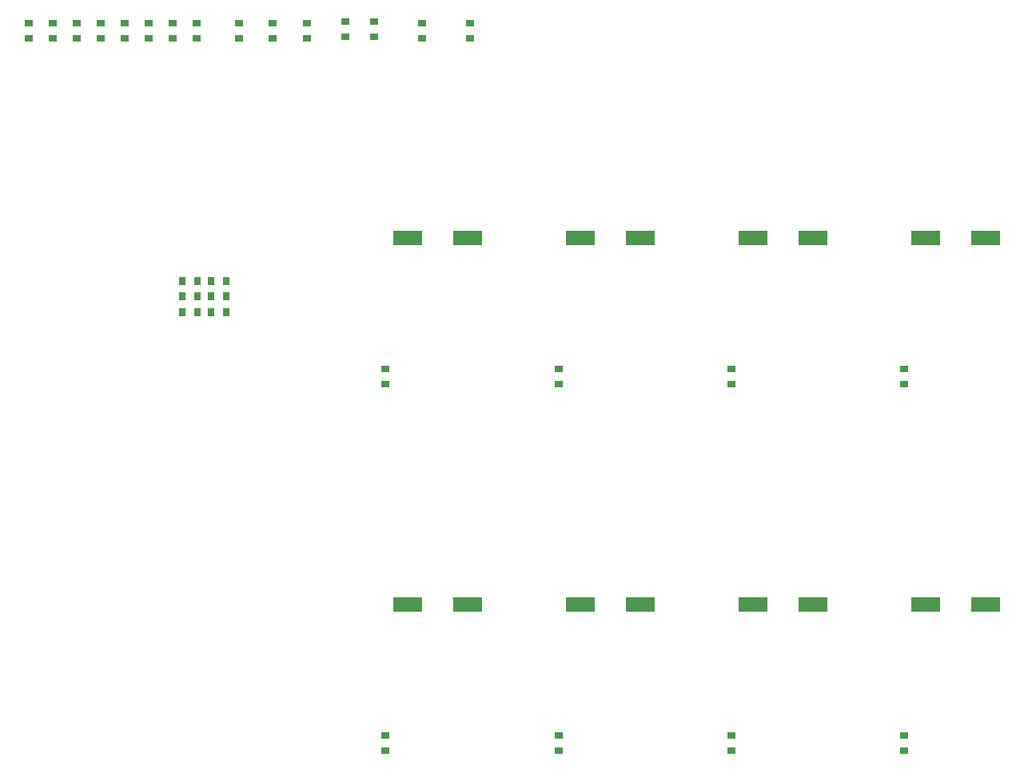
<source format=gbp>
G04*
G04 #@! TF.GenerationSoftware,Altium Limited,Altium Designer,22.3.1 (43)*
G04*
G04 Layer_Color=128*
%FSLAX25Y25*%
%MOIN*%
G70*
G04*
G04 #@! TF.SameCoordinates,DE08D283-0CB9-458E-8042-9F6044BD937B*
G04*
G04*
G04 #@! TF.FilePolarity,Positive*
G04*
G01*
G75*
%ADD16R,0.03740X0.03150*%
%ADD17R,0.03150X0.03740*%
%ADD63R,0.12000X0.06000*%
D16*
X260000Y334350D02*
D03*
Y340650D02*
D03*
X240000Y334350D02*
D03*
Y340650D02*
D03*
X208000Y341150D02*
D03*
Y334850D02*
D03*
X220000Y341150D02*
D03*
Y334850D02*
D03*
X163500Y340650D02*
D03*
Y334350D02*
D03*
X177500Y340650D02*
D03*
Y334350D02*
D03*
X192000Y340650D02*
D03*
Y334350D02*
D03*
X116000Y340650D02*
D03*
Y334350D02*
D03*
X86000Y340650D02*
D03*
Y334350D02*
D03*
X76000Y340650D02*
D03*
Y334350D02*
D03*
X96000Y340650D02*
D03*
Y334350D02*
D03*
X106000Y340650D02*
D03*
Y334350D02*
D03*
X126000Y340650D02*
D03*
Y334350D02*
D03*
X136000Y340650D02*
D03*
Y334350D02*
D03*
X146000Y340650D02*
D03*
Y334350D02*
D03*
X224500Y196150D02*
D03*
Y189850D02*
D03*
X297000Y196150D02*
D03*
Y189850D02*
D03*
X369000Y196150D02*
D03*
Y189850D02*
D03*
X441000Y196150D02*
D03*
Y189850D02*
D03*
X369000Y43150D02*
D03*
Y36850D02*
D03*
X224500Y43150D02*
D03*
Y36850D02*
D03*
X297000Y43150D02*
D03*
Y36850D02*
D03*
X441000Y43150D02*
D03*
Y36850D02*
D03*
D17*
X146150Y220000D02*
D03*
X139850D02*
D03*
X151850Y226500D02*
D03*
X158150D02*
D03*
X146150D02*
D03*
X139850D02*
D03*
X151850Y220000D02*
D03*
X158150D02*
D03*
X146150Y233000D02*
D03*
X139850D02*
D03*
X151850D02*
D03*
X158150D02*
D03*
D63*
X259000Y251000D02*
D03*
X234000D02*
D03*
X306000D02*
D03*
X331000D02*
D03*
X475000D02*
D03*
X450000D02*
D03*
X378000D02*
D03*
X403000D02*
D03*
X259000Y98000D02*
D03*
X234000D02*
D03*
X306000D02*
D03*
X331000D02*
D03*
X475000D02*
D03*
X450000D02*
D03*
X378000D02*
D03*
X403000D02*
D03*
M02*

</source>
